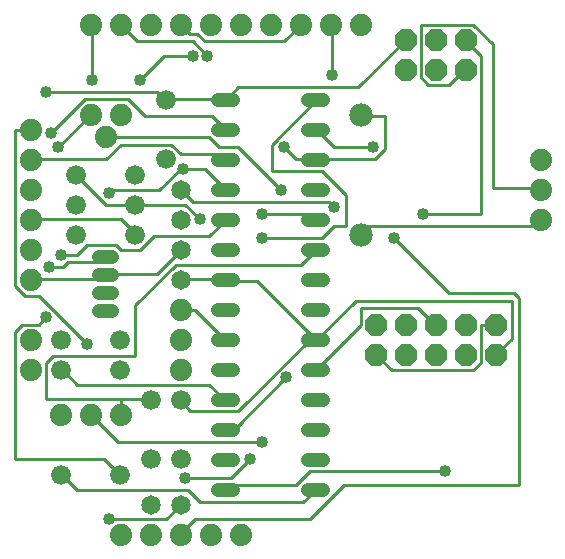
<source format=gbl>
G75*
G70*
%OFA0B0*%
%FSLAX24Y24*%
%IPPOS*%
%LPD*%
%AMOC8*
5,1,8,0,0,1.08239X$1,22.5*
%
%ADD10C,0.0660*%
%ADD11C,0.0740*%
%ADD12OC8,0.0740*%
%ADD13C,0.0780*%
%ADD14C,0.0480*%
%ADD15C,0.0650*%
%ADD16C,0.0450*%
%ADD17C,0.0100*%
%ADD18C,0.0400*%
D10*
X002571Y003100D03*
X004539Y003100D03*
X005555Y003616D03*
X006555Y003616D03*
X006555Y005584D03*
X005555Y005584D03*
X004539Y006600D03*
X004539Y007600D03*
X002571Y007600D03*
X002571Y006600D03*
X003071Y011100D03*
X003071Y012100D03*
X003071Y013100D03*
X005039Y013100D03*
X005039Y012100D03*
X005039Y011100D03*
X006055Y013616D03*
X006055Y015584D03*
D11*
X004555Y015100D03*
X004055Y014350D03*
X003555Y015100D03*
X001555Y014600D03*
X001555Y013600D03*
X001555Y012600D03*
X001555Y011600D03*
X001555Y010600D03*
X001555Y009600D03*
X001555Y007600D03*
X001555Y006600D03*
X002555Y005100D03*
X003555Y005100D03*
X004555Y005100D03*
X006555Y006600D03*
X006555Y007600D03*
X006555Y008600D03*
X006555Y001100D03*
X005555Y001100D03*
X004555Y001100D03*
X007555Y001100D03*
X008555Y001100D03*
X018555Y011600D03*
X018555Y012600D03*
X018555Y013600D03*
X012555Y018100D03*
X011555Y018100D03*
X010555Y018100D03*
X009555Y018100D03*
X008555Y018100D03*
X007555Y018100D03*
X006555Y018100D03*
X005555Y018100D03*
X004555Y018100D03*
X003555Y018100D03*
D12*
X013055Y008100D03*
X014055Y008100D03*
X015055Y008100D03*
X016055Y008100D03*
X017055Y008100D03*
X017055Y007100D03*
X016055Y007100D03*
X015055Y007100D03*
X014055Y007100D03*
X013055Y007100D03*
X014055Y016600D03*
X014055Y017600D03*
X015055Y017600D03*
X015055Y016600D03*
X016055Y016600D03*
X016055Y017600D03*
D13*
X012555Y015100D03*
X012555Y011100D03*
D14*
X011295Y010600D02*
X010815Y010600D01*
X010815Y009600D02*
X011295Y009600D01*
X011295Y008600D02*
X010815Y008600D01*
X010815Y007600D02*
X011295Y007600D01*
X011295Y006600D02*
X010815Y006600D01*
X010815Y005600D02*
X011295Y005600D01*
X011295Y004600D02*
X010815Y004600D01*
X010815Y003600D02*
X011295Y003600D01*
X011295Y002600D02*
X010815Y002600D01*
X008295Y002600D02*
X007815Y002600D01*
X007815Y003600D02*
X008295Y003600D01*
X008295Y004600D02*
X007815Y004600D01*
X007815Y005600D02*
X008295Y005600D01*
X008295Y006600D02*
X007815Y006600D01*
X007815Y007600D02*
X008295Y007600D01*
X008295Y008600D02*
X007815Y008600D01*
X007815Y009600D02*
X008295Y009600D01*
X008295Y010600D02*
X007815Y010600D01*
X007815Y011600D02*
X008295Y011600D01*
X008295Y012600D02*
X007815Y012600D01*
X007815Y013600D02*
X008295Y013600D01*
X008295Y014600D02*
X007815Y014600D01*
X007815Y015600D02*
X008295Y015600D01*
X010815Y015600D02*
X011295Y015600D01*
X011295Y014600D02*
X010815Y014600D01*
X010815Y013600D02*
X011295Y013600D01*
X011295Y012600D02*
X010815Y012600D01*
X010815Y011600D02*
X011295Y011600D01*
D15*
X006555Y011600D03*
X006555Y010600D03*
X006555Y009600D03*
X006555Y012600D03*
X006555Y002100D03*
X005555Y002100D03*
D16*
X004280Y008550D02*
X003830Y008550D01*
X003830Y009150D02*
X004280Y009150D01*
X004280Y009750D02*
X003830Y009750D01*
X003830Y010350D02*
X004280Y010350D01*
D17*
X002571Y003100D02*
X002635Y003060D01*
X003115Y002580D01*
X006795Y002580D01*
X007195Y002180D01*
X010635Y002180D01*
X011055Y002600D01*
X010875Y003220D02*
X015355Y003220D01*
X017835Y002740D02*
X011995Y002740D01*
X010875Y001620D01*
X007035Y001620D01*
X006555Y001140D01*
X006555Y001100D01*
X006075Y001620D02*
X004155Y001620D01*
X004539Y003100D02*
X004475Y003140D01*
X003995Y003620D01*
X001035Y003620D01*
X001035Y007860D01*
X001275Y008100D01*
X001835Y008100D01*
X002075Y008340D01*
X001835Y009060D02*
X001355Y009060D01*
X001035Y009380D01*
X001035Y014580D01*
X001515Y014580D01*
X001555Y014600D01*
X002235Y014500D02*
X003355Y015620D01*
X004795Y015620D01*
X005355Y015060D01*
X007595Y015060D01*
X008055Y014600D01*
X007515Y014340D02*
X007835Y014020D01*
X008475Y014020D01*
X009915Y012580D01*
X009595Y013220D02*
X011275Y013220D01*
X012075Y012420D01*
X012075Y011380D01*
X011675Y011380D01*
X011275Y010980D01*
X009275Y010980D01*
X009275Y011780D02*
X010875Y011780D01*
X011055Y011600D01*
X011515Y012180D02*
X006955Y012180D01*
X006555Y012580D01*
X006555Y012600D01*
X006715Y012100D02*
X005039Y012100D01*
X004075Y012100D01*
X003115Y013060D01*
X003071Y013100D01*
X002475Y014020D02*
X003555Y015100D01*
X004055Y014350D02*
X004075Y014340D01*
X007515Y014340D01*
X007835Y013780D02*
X006555Y013780D01*
X006235Y014100D01*
X004555Y014100D01*
X004075Y013620D01*
X001595Y013620D01*
X001555Y013600D01*
X001595Y011620D02*
X001555Y011600D01*
X001595Y011620D02*
X004555Y011620D01*
X005035Y011140D01*
X005039Y011100D01*
X005195Y010580D02*
X004555Y010580D01*
X004395Y010740D01*
X003435Y010740D01*
X003115Y010420D01*
X002555Y010420D01*
X002795Y010180D02*
X002635Y010020D01*
X002155Y010020D01*
X001595Y009620D02*
X001555Y009600D01*
X001595Y009620D02*
X003915Y009620D01*
X003995Y009700D01*
X004055Y009750D01*
X004075Y009780D01*
X005755Y009780D01*
X006555Y010580D01*
X006555Y010600D01*
X006395Y010100D02*
X005035Y008740D01*
X005035Y007060D01*
X002315Y007060D01*
X002075Y006820D01*
X002075Y005620D01*
X004555Y005620D01*
X004555Y005100D01*
X004555Y005620D02*
X005515Y005620D01*
X005555Y005584D01*
X006555Y005540D02*
X006555Y005584D01*
X006555Y005540D02*
X006875Y005220D01*
X008475Y005220D01*
X010955Y007700D01*
X011055Y007600D01*
X011115Y007620D01*
X012395Y008900D01*
X017595Y008900D01*
X017595Y007620D01*
X017115Y007140D01*
X017055Y007100D01*
X016555Y006820D02*
X016555Y008100D01*
X017055Y008100D01*
X017835Y008980D02*
X017835Y002740D01*
X016315Y006580D02*
X016555Y006820D01*
X016315Y006580D02*
X013595Y006580D01*
X013115Y007060D01*
X013055Y007100D01*
X012555Y008100D02*
X012555Y008660D01*
X014475Y008660D01*
X015035Y008100D01*
X015055Y008100D01*
X015515Y009140D02*
X017675Y009140D01*
X017835Y008980D01*
X015515Y009140D02*
X013675Y010980D01*
X012795Y011380D02*
X012555Y011140D01*
X012555Y011100D01*
X012795Y011380D02*
X018395Y011380D01*
X018555Y011540D01*
X018555Y011600D01*
X018555Y012600D02*
X018555Y012660D01*
X016955Y012660D01*
X016955Y017460D01*
X016315Y018100D01*
X014555Y018100D01*
X014555Y016340D01*
X014795Y016100D01*
X015515Y016100D01*
X015995Y016580D01*
X016055Y016600D01*
X016555Y017060D02*
X016555Y011780D01*
X014635Y011780D01*
X013035Y013620D02*
X013355Y013940D01*
X013355Y015060D01*
X012555Y015060D01*
X012555Y015100D01*
X012475Y016020D02*
X008475Y016020D01*
X008055Y015600D01*
X007995Y015620D01*
X006075Y015620D01*
X006055Y015584D01*
X005995Y015620D01*
X005755Y015860D01*
X002075Y015860D01*
X003595Y016260D02*
X003595Y018100D01*
X003555Y018100D01*
X004555Y018100D02*
X005115Y017540D01*
X006955Y017540D01*
X007435Y017060D01*
X006955Y017060D02*
X005995Y017060D01*
X005195Y016260D01*
X006875Y017780D02*
X007115Y017780D01*
X007355Y017540D01*
X009995Y017540D01*
X010555Y018100D01*
X011555Y018100D02*
X011595Y018100D01*
X011595Y016420D01*
X011055Y015600D02*
X011035Y015540D01*
X009595Y014100D01*
X009595Y013220D01*
X010395Y013620D02*
X009995Y014020D01*
X010395Y013620D02*
X011035Y013620D01*
X011055Y013600D01*
X011115Y013620D01*
X013035Y013620D01*
X012955Y014020D02*
X011675Y014020D01*
X011115Y014580D01*
X011055Y014600D01*
X012475Y016020D02*
X014055Y017600D01*
X016055Y017600D02*
X016075Y017540D01*
X016555Y017060D01*
X011515Y012180D02*
X011675Y012020D01*
X011055Y010600D02*
X010555Y010100D01*
X006395Y010100D01*
X006555Y009620D02*
X006555Y009600D01*
X006555Y009620D02*
X007995Y009620D01*
X008055Y009600D01*
X008075Y009540D01*
X009115Y009540D01*
X010955Y007700D01*
X011035Y007620D02*
X011055Y007600D01*
X011055Y006600D02*
X012555Y008100D01*
X010075Y006340D02*
X008395Y004660D01*
X008075Y004660D01*
X008055Y004600D01*
X008875Y003620D02*
X008235Y002980D01*
X006715Y002980D01*
X006555Y002100D02*
X006075Y001620D01*
X008055Y002600D02*
X008075Y002660D01*
X008155Y002740D01*
X010395Y002740D01*
X010875Y003220D01*
X009275Y004180D02*
X004475Y004180D01*
X003555Y005100D01*
X003115Y006100D02*
X002635Y006580D01*
X002571Y006600D01*
X003115Y006100D02*
X007515Y006100D01*
X007995Y005620D01*
X008055Y005600D01*
X008055Y007600D02*
X007995Y007620D01*
X007035Y008580D01*
X006555Y008580D01*
X006555Y008600D01*
X005195Y010580D02*
X005675Y011060D01*
X007515Y011060D01*
X008055Y011600D01*
X007195Y011620D02*
X006715Y012100D01*
X005835Y012580D02*
X006555Y013300D01*
X006635Y013300D01*
X007355Y013300D01*
X008055Y012600D01*
X008055Y013600D02*
X007995Y013620D01*
X007835Y013780D01*
X005835Y012580D02*
X004235Y012580D01*
X004155Y012500D01*
X004055Y010350D02*
X003995Y010340D01*
X003835Y010180D01*
X002795Y010180D01*
X001835Y009060D02*
X003435Y007460D01*
X006875Y017780D02*
X006555Y018100D01*
D18*
X006955Y017060D03*
X007435Y017060D03*
X005195Y016260D03*
X003595Y016260D03*
X002075Y015860D03*
X002235Y014500D03*
X002475Y014020D03*
X004155Y012500D03*
X002555Y010420D03*
X002155Y010020D03*
X002075Y008340D03*
X003435Y007460D03*
X007195Y011620D03*
X006635Y013300D03*
X009275Y011780D03*
X009275Y010980D03*
X009915Y012580D03*
X009995Y014020D03*
X011675Y012020D03*
X013675Y010980D03*
X014635Y011780D03*
X012955Y014020D03*
X011595Y016420D03*
X010075Y006340D03*
X009275Y004180D03*
X008875Y003620D03*
X006715Y002980D03*
X004155Y001620D03*
X015355Y003220D03*
M02*

</source>
